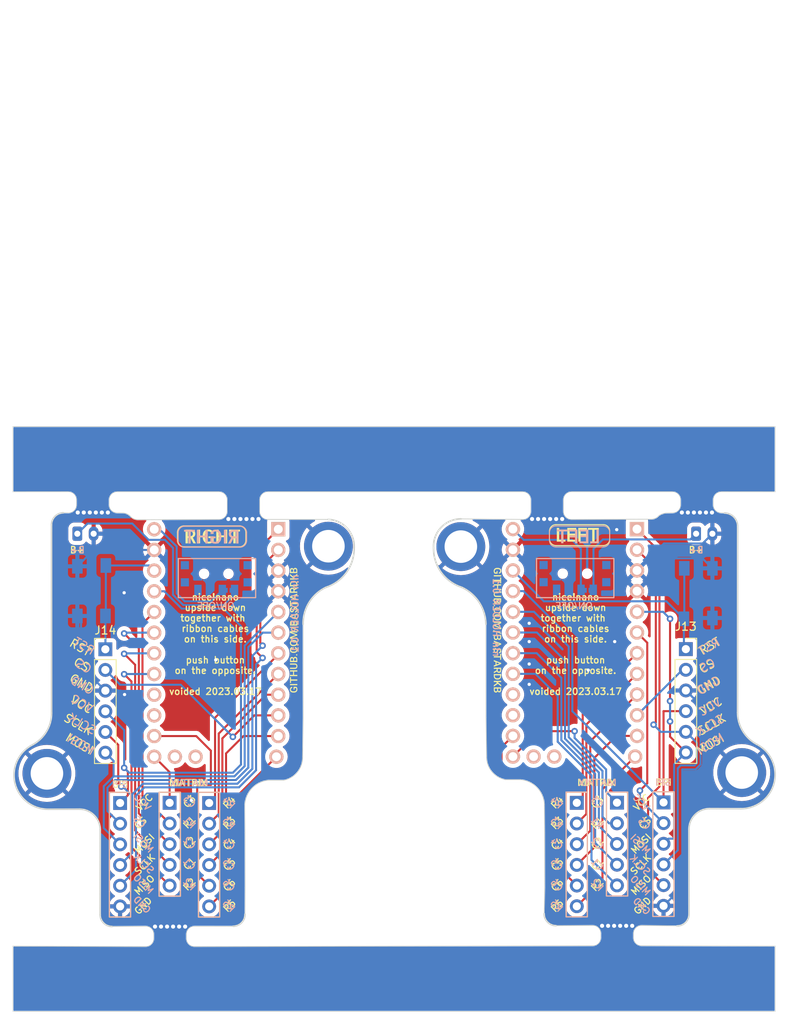
<source format=kicad_pcb>
(kicad_pcb (version 20221018) (generator pcbnew)
  (layers (0 "F.Cu" signal) (31 "B.Cu" signal) (34 "B.Paste" user) (35 "F.Paste" user) (36 "B.SilkS" user "B.Silkscreen") (37 "F.SilkS" user "F.Silkscreen") (38 "B.Mask" user) (39 "F.Mask" user) (44 "Edge.Cuts" user))
  (net 0 "")
  (net 1 "Rst")
  (net 2 "Rst2")
  (net 3 "ss_l")
  (net 4 "ss_r")
  (net 5 "col3_l")
  (net 6 "row1_l")
  (net 7 "col2_l")
  (net 8 "col1_l")
  (net 9 "row2_l")
  (net 10 "row4_l")
  (net 11 "row3_l")
  (net 12 "col4_l")
  (net 13 "col5_l")
  (net 14 "col6_l")
  (net 15 "row5_l")
  (net 16 "col3_r")
  (net 17 "row1_r")
  (net 18 "col2_r")
  (net 19 "col1_r")
  (net 20 "row2_r")
  (net 21 "row4_r")
  (net 22 "row3_r")
  (net 23 "col4_r")
  (net 24 "col5_r")
  (net 25 "col6_r")
  (net 26 "row5_r")
  (net 27 "GND")
  (net 28 "scl_l")
  (net 29 "sda_l")
  (net 30 "scl_r")
  (net 31 "sda_r")
  (net 32 "+5V")
  (net 33 "miso_l")
  (net 34 "sc_l")
  (net 35 "mosi_l")
  (net 36 "miso_r")
  (net 37 "sc_r")
  (net 38 "mosi_r")
  (net 39 "bat_l")
  (net 40 "bat_r")
  (net 41 "bat_sw_l")
  (net 42 "bat_sw_r")
  (net 45 "ss1_r")
  (net 48 "ss1_l")
  (footprint "Library:5_PinHeader" (layer "F.Cu") (at 127.832542 102.8)
    (fp_text reference "J9" hide)
    (fp_text value "Ribbon")
  )
  (footprint "marbastlib-various:mousebites_2.5mm" (layer "F.Cu") (at 127.89 117.95 90)
    (fp_text reference "REF**" hide)
    (fp_text value "mousebites 2mm" hide)
    (fp_line (start -1.5 -2) (end -1 -2) (stroke (width 0.08)) (layer "Edge.Cuts"))
    (fp_line (start -1 2) (end -1.5 2) (stroke (width 0.08)) (layer "Edge.Cuts"))
    (fp_arc (start -2.5 3) (mid -2.207108 2.292895) (end -1.500003 2.000003) (stroke (width 0.08)) (layer "Edge.Cuts"))
    (fp_arc (start -1.5 -2) (mid -2.207105 -2.292892) (end -2.499997 -2.999997) (stroke (width 0.08)) (layer "Edge.Cuts"))
    (fp_arc (start -1 2) (mid -0.292895 2.292892) (end -0.000003 2.999997) (stroke (width 0.08)) (layer "Edge.Cuts"))
    (fp_arc (start 0 -3) (mid -0.292892 -2.292895) (end -0.999997 -2.000003) (stroke (width 0.08)) (layer "Edge.Cuts"))
  )
  (footprint "Library:6_PinHeader" (layer "F.Cu") (at 177.847199 102.799999)
    (fp_text reference "J12" hide)
    (fp_text value "Ribbon")
  )
  (footprint "marbastlib-various:mousebites_2.5mm" (layer "F.Cu") (at 118.4 67.195 -90)
    (fp_text reference "REF**" hide)
    (fp_text value "mousebites 2mm" hide)
    (fp_line (start -1.6 -2) (end -1 -2) (stroke (width 0.08)) (layer "Edge.Cuts"))
    (fp_line (start -1 2) (end -1.600003 2.000003) (stroke (width 0.08)) (layer "Edge.Cuts"))
    (fp_arc (start -2.6 3) (mid -2.307108 2.292895) (end -1.600003 2.000003) (stroke (width 0.08)) (layer "Edge.Cuts"))
    (fp_arc (start -1.6 -2) (mid -2.307105 -2.292892) (end -2.599997 -2.999997) (stroke (width 0.08)) (layer "Edge.Cuts"))
    (fp_arc (start -1 2) (mid -0.292895 2.292892) (end -0.000003 2.999997) (stroke (width 0.08)) (layer "Edge.Cuts"))
    (fp_arc (start 0 -3) (mid -0.292892 -2.292895) (end -0.999997 -2.000003) (stroke (width 0.08)) (layer "Edge.Cuts"))
  )
  (footprint "kibuzzard-61F01940" (layer "F.Cu") (at 130.15 100.307596)
    (fp_text reference "kibuzzard-61F01940" hide)
    (fp_text value "G***" hide)
  )
  (footprint "marbastlib-various:mousebites_2.5mm" (layer "F.Cu") (at 174.2 67.995 -90)
    (fp_text reference "REF**" hide)
    (fp_text value "mousebites 2mm" hide)
    (fp_line (start -2.4 -2) (end -1 -2) (stroke (width 0.08)) (layer "Edge.Cuts"))
    (fp_line (start -1 2) (end -2.400003 2.000003) (stroke (width 0.08)) (layer "Edge.Cuts"))
    (fp_arc (start -3.4 3) (mid -3.107108 2.292895) (end -2.400003 2.000003) (stroke (width 0.08)) (layer "Edge.Cuts"))
    (fp_arc (start -2.4 -2) (mid -3.107105 -2.292892) (end -3.399997 -2.999997) (stroke (width 0.08)) (layer "Edge.Cuts"))
    (fp_arc (start -1 2) (mid -0.292895 2.292892) (end -0.000003 2.999997) (stroke (width 0.08)) (layer "Edge.Cuts"))
    (fp_arc (start 0 -3) (mid -0.292892 -2.292895) (end -0.999997 -2.000003) (stroke (width 0.08)) (layer "Edge.Cuts"))
  )
  (footprint "Library:MountingHole_4mm_Pad_thin" (layer "F.Cu") (at 198.103921 99.08266)
    (fp_text reference "H3" hide)
    (fp_text value "M4")
  )
  (footprint "marbastlib-various:mousebites_2.5mm" (layer "F.Cu") (at 192.6 67.195 -90)
    (fp_text reference "REF**" hide)
    (fp_text value "mousebites 2mm" hide)
    (fp_line (start -1.6 -2) (end -1 -2) (stroke (width 0.08)) (layer "Edge.Cuts"))
    (fp_line (start -1 2) (end -1.600003 2.000003) (stroke (width 0.08)) (layer "Edge.Cuts"))
    (fp_arc (start -2.6 3) (mid -2.307108 2.292895) (end -1.600003 2.000003) (stroke (width 0.08)) (layer "Edge.Cuts"))
    (fp_arc (start -1.6 -2) (mid -2.307105 -2.292892) (end -2.599997 -2.999997) (stroke (width 0.08)) (layer "Edge.Cuts"))
    (fp_arc (start -1 2) (mid -0.292895 2.292892) (end -0.000003 2.999997) (stroke (width 0.08)) (layer "Edge.Cuts"))
    (fp_arc (start 0 -3) (mid -0.292892 -2.292895) (end -0.999997 -2.000003) (stroke (width 0.08)) (layer "Edge.Cuts"))
  )
  (footprint "Connector_JST:JST_PH_B2B-PH-K_1x02_P2.00mm_Vertical" (layer "F.Cu") (at 192.5 69.75)
    (fp_text reference "J6" hide)
    (fp_text value "battery charge")
  )
  (footprint "Library:5_PinHeader" (layer "F.Cu") (at 182.780541 102.779999)
    (fp_text reference "J11" hide)
    (fp_text value "Ribbon")
  )
  (footprint "Library:MountingHole_4mm_Pad_thin" (layer "F.Cu") (at 112.76262 99.18266)
    (fp_text reference "H4" hide)
    (fp_text value "M4")
  )
  (footprint "Library:6_PinHeader" (layer "F.Cu") (at 121.75 102.819999)
    (fp_text reference "J7" hide)
    (fp_text value "trackball")
  )
  (footprint "Library:MountingHole_4mm_Pad_thin" (layer "F.Cu") (at 147.33762 71.28266)
    (fp_text reference "H2" hide)
    (fp_text value "M4")
  )
  (footprint "kibuzzard-6208EFFE" (layer "F.Cu") (at 177.972311 69.878921)
    (fp_text reference "kibuzzard-6208EFFE" hide)
    (fp_text value "G***" hide)
  )
  (footprint "kibuzzard-61F01B61" (layer "F.Cu") (at 133.131898 70.089775)
    (fp_text reference "kibuzzard-61F01B61" hide)
    (fp_text value "G***" hide)
  )
  (footprint "Connector_PinSocket_2.54mm:PinSocket_1x06_P2.54mm_Vertical" (layer "F.Cu") (at 191.24 83.92)
    (fp_text reference "J13")
    (fp_text value "serial")
  )
  (footprint "marbastlib-various:mousebites_2.5mm" (layer "F.Cu") (at 136.9 67.995 -90)
    (fp_text reference "REF**" hide)
    (fp_text value "mousebites 2mm" hide)
    (fp_line (start -2.4 -2) (end -1 -2) (stroke (width 0.08)) (layer "Edge.Cuts"))
    (fp_line (start -1 2) (end -2.400003 2.000003) (stroke (width 0.08)) (layer "Edge.Cuts"))
    (fp_arc (start -3.4 3) (mid -3.107108 2.292895) (end -2.400003 2.000003) (stroke (width 0.08)) (layer "Edge.Cuts"))
    (fp_arc (start -2.4 -2) (mid -3.107105 -2.292892) (end -3.399997 -2.999997) (stroke (width 0.08)) (layer "Edge.Cuts"))
    (fp_arc (start -1 2) (mid -0.292895 2.292892) (end -0.000003 2.999997) (stroke (width 0.08)) (layer "Edge.Cuts"))
    (fp_arc (start 0 -3) (mid -0.292892 -2.292895) (end -0.999997 -2.000003) (stroke (width 0.08)) (layer "Edge.Cuts"))
  )
  (footprint "kibuzzard-61F01A92" (layer "F.Cu") (at 168.07 81.6 -90)
    (fp_text reference "kibuzzard-61F01A92" hide)
    (fp_text value "G***" hide)
  )
  (footprint "marbastlib-various:mousebites_2.5mm" (layer "F.Cu") (at 182.8 117.855 90)
    (fp_text reference "REF**" hide)
    (fp_text value "mousebites 2mm" hide)
    (fp_line (start -1.5 -2) (end -1 -2) (stroke (width 0.08)) (layer "Edge.Cuts"))
    (fp_line (start -1 2) (end -1.5 2) (stroke (width 0.08)) (layer "Edge.Cuts"))
    (fp_arc (start -2.5 3) (mid -2.207108 2.292895) (end -1.500003 2.000003) (stroke (width 0.08)) (layer "Edge.Cuts"))
    (fp_arc (start -1.5 -2) (mid -2.207105 -2.292892) (end -2.499997 -2.999997) (stroke (width 0.08)) (layer "Edge.Cuts"))
    (fp_arc (start -1 2) (mid -0.292895 2.292892) (end -0.000003 2.999997) (stroke (width 0.08)) (layer "Edge.Cuts"))
    (fp_arc (start 0 -3) (mid -0.292892 -2.292895) (end -0.999997 -2.000003) (stroke (width 0.08)) (layer "Edge.Cuts"))
  )
  (footprint "kibuzzard-61F01957" (layer "F.Cu") (at 121.75 100.5)
    (fp_text reference "kibuzzard-61F01957" hide)
    (fp_text value "G***" hide)
  )
  (footprint "kibuzzard-61F01940" (layer "F.Cu") (at 180.2962 100.287596)
    (fp_text reference "kibuzzard-61F01940" hide)
    (fp_text value "G***" hide)
  )
  (footprint "Connector_JST:JST_PH_B2B-PH-K_1x02_P2.00mm_Vertical" (layer "F.Cu") (at 116.5 69.75)
    (fp_text reference "J3" hide)
    (fp_text value "battery charge")
  )
  (footprint "Connector_PinHeader_2.54mm:PinHeader_1x06_P2.54mm_Vertical" (layer "F.Cu") (at 119.94 83.94)
    (fp_text reference "J14")
    (fp_text value "serial")
  )
  (footprint "Library:MountingHole_4mm_Pad_thin" (layer "F.Cu") (at 163.603921 71.33266)
    (fp_text reference "H1" hide)
    (fp_text value "M4")
  )
  (footprint "kibuzzard-61F01A92" (layer "F.Cu") (at 143.1 81.6 90)
    (fp_text reference "kibuzzard-61F01A92" hide)
    (fp_text value "G***" hide)
  )
  (footprint "kibuzzard-61F01957" (layer "F.Cu") (at 188.5 100.25)
    (fp_text reference "kibuzzard-61F01957" hide)
    (fp_text value "G***" hide)
  )
  (footprint "Library:6_PinHeader" (layer "F.Cu") (at 188.5 102.75)
    (fp_text reference "J8" hide)
    (fp_text value "trackball")
  )
  (footprint "Library:6_PinHeader" (layer "F.Cu") (at 132.689684 102.819999)
    (fp_text reference "J10" hide)
    (fp_text value "Ribbon")
  )
  (footprint "kibuzzard-61F01957" (layer "B.Cu") (at 188.5 100.25 180)
    (fp_text reference "kibuzzard-61F01957" hide)
    (fp_text value "G***" hide)
  )
  (footprint "Library:power_switch_jumper" (layer "B.Cu") (at 135.0825 76.7 90)
    (fp_text reference "JP1" hide)
    (fp_text value "Jumper_2_Open" hide)
  )
  (footprint "Library:SW_SPDT+H-MSK12C01_hor(7pin_SMD)" (layer "B.Cu") (at 177.62 74.65)
    (fp_text reference "SW4")
    (fp_text value "SW_SPDT")
  )
  (footprint "Library:power_switch_jumper" (layer "B.Cu") (at 179.1825 76.7 90)
    (fp_text reference "JP2" hide)
    (fp_text value "Jumper_2_Open" hide)
  )
  (footprint "Library:Elite-C" (layer "B.Cu") (at 177.62 83.15 -90)
    (fp_text reference "U2" hide)
    (fp_text value "eliteC" hide)
  )
  (footprint "Library:PushSwitch" (layer "B.Cu") (at 192.8 77.1 -90)
    (fp_text reference "SW2" hide)
    (fp_text value "SW_SPST")
  )
  (footprint "kibuzzard-620B8593" (layer "B.Cu") (at 133.5 78.6 180)
    (fp_text reference "kibuzzard-620B8593" hide)
    (fp_text value "G***" hide)
  )
  (footprint "kibuzzard-620B8593" (layer "B.Cu") (at 177.5 78.6 180)
    (fp_text reference "kibuzzard-620B8593" hide)
    (fp_text value "G***" hide)
  )
  (footprint "kibuzzard-6208EFFE" (layer "B.Cu") (at 177.972311 70.078921 180)
    (fp_text reference "kibuzzard-6208EFFE" hide)
    (fp_text value "G***" hide)
  )
  (footprint "Library:PushSwitch" (layer "B.Cu") (at 118.2 76.75 90)
    (fp_text reference "SW1" hide)
    (fp_text value "SW_SPST")
  )
  (footprint "Library:Elite-C" (layer "B.Cu") (at 133.56 83.17 -90)
    (fp_text reference "U1" hide)
    (fp_text value "eliteC" hide)
  )
  (footprint "kibuzzard-61F01940" (layer "B.Cu") (at 130.2 100.307596 180)
    (fp_text reference "kibuzzard-61F01940" hide)
    (fp_text value "G***" hide)
  )
  (footprint "Library:SW_SPDT+H-MSK12C01_hor(7pin_SMD)" (layer "B.Cu") (at 133.56 74.67)
    (fp_text reference "SW3")
    (fp_text value "SW_SPDT")
  )
  (footprint "kibuzzard-61F01957" (layer "B.Cu") (at 121.75 100.5 180)
    (fp_text reference "kibuzzard-61F01957" hide)
    (fp_text value "G***" hide)
  )
  (footprint "kibuzzard-61F01940" (layer "B.Cu") (at 180.3462 100.287596 180)
    (fp_text reference "kibuzzard-61F01940" hide)
    (fp_text value "G***" hide)
  )
  (footprint "kibuzzard-61F01B61" (layer "B.Cu") (at 132.951528 70.110754 180)
    (fp_text reference "kibuzzard-61F01B61" hide)
    (fp_text value "G***" hide)
  )
  (gr_arc (start 129.654811 71.391078) (mid 129.111527 71.160324) (end 128.873922 70.62) (stroke (width 0.15)) (layer "B.SilkS"))
  (gr_rect (start 128.9 72.8) (end 138.4 77.6) (stroke (width 0.15)) (fill none) (layer "B.SilkS"))
  (gr_line (start 181.893389 69.571081) (end 181.893389 70.590192) (stroke (width 0.12)) (layer "B.SilkS"))
  (gr_arc (start 175.272311 71.371081) (mid 174.72906 71.140293) (end 174.491422 70.600003) (stroke (width 0.12)) (layer "B.SilkS"))
  (gr_line (start 136.495 68.82) (end 129.67 68.82) (stroke (width 0.15)) (layer "B.SilkS"))
  (gr_arc (start 181.1125 68.800003) (mid 181.655751 69.030791) (end 181.893389 69.571081) (stroke (width 0.12)) (layer "B.SilkS"))
  (gr_arc (start 181.893389 70.590192) (mid 181.653719 71.142086) (end 181.097311 71.371082) (stroke (width 0.12)) (layer "B.SilkS"))
  (gr_line (start 175.272311 71.371081) (end 181.097311 71.371081) (stroke (width 0.12)) (layer "B.SilkS"))
  (gr_line (start 174.491422 70.600003) (end 174.491422 69.580892) (stroke (width 0.12)) (layer "B.SilkS"))
  (gr_line (start 181.1125 68.800003) (end 175.2875 68.800002) (stroke (width 0.12)) (layer "B.SilkS"))
  (gr_arc (start 136.495 68.82) (mid 137.038284 69.050754) (end 137.275889 69.591078) (stroke (width 0.15)) (layer "B.SilkS"))
  (gr_line (start 129.654811 71.391078) (end 136.479811 71.391079) (stroke (width 0.15)) (layer "B.SilkS"))
  (gr_line (start 137.275889 69.591078) (end 137.275889 70.610189) (stroke (width 0.15)) (layer "B.SilkS"))
  (gr_rect (start 172.9 72.8) (end 182.4 77.6) (stroke (width 0.15)) (fill none) (layer "B.SilkS"))
  (gr_arc (start 174.491422 69.580892) (mid 174.731092 69.028998) (end 175.2875 68.800002) (stroke (width 0.12)) (layer "B.SilkS"))
  (gr_line (start 128.873922 70.62) (end 128.873922 69.600889) (stroke (width 0.15)) (layer "B.SilkS"))
  (gr_arc (start 128.873922 69.600889) (mid 129.113616 69.04902) (end 129.67 68.819999) (stroke (width 0.15)) (layer "B.SilkS"))
  (gr_arc (start 137.275889 70.610189) (mid 137.036195 71.162058) (end 136.479811 71.391079) (stroke (width 0.15)) (layer "B.SilkS"))
  (gr_line (start 128.807537 70.58921) (end 128.807537 69.570099) (stroke (width 0.15)) (layer "F.SilkS"))
  (gr_line (start 129.603615 71.3701) (end 136.428615 71.370099) (stroke (width 0.15)) (layer "F.SilkS"))
  (gr_arc (start 137.209504 70.599021) (mid 136.971899 71.139345) (end 136.428615 71.370099) (stroke (width 0.15)) (layer "F.SilkS"))
  (gr_line (start 181.893389 69.409811) (end 181.893389 70.428922) (stroke (width 0.12)) (layer "F.SilkS"))
  (gr_arc (start 181.893389 70.428922) (mid 181.655751 70.969212) (end 181.1125 71.2) (stroke (width 0.12)) (layer "F.SilkS"))
  (gr_arc (start 181.097311 68.628921) (mid 181.653719 68.857917) (end 181.893389 69.409811) (stroke (width 0.12)) (layer "F.SilkS"))
  (gr_arc (start 175.2875 71.200001) (mid 174.731092 70.971005) (end 174.491422 70.419111) (stroke (width 0.12)) (layer "F.SilkS"))
  (gr_arc (start 174.491422 69.4) (mid 174.72906 68.85971) (end 175.272311 68.628922) (stroke (width 0.12)) (layer "F.SilkS"))
  (gr_line (start 174.491422 70.419111) (end 174.491422 69.4) (stroke (width 0.12)) (layer "F.SilkS"))
  (gr_line (start 181.097311 68.628921) (end 175.272311 68.628922) (stroke (width 0.12)) (layer "F.SilkS"))
  (gr_arc (start 128.807537 69.570099) (mid 129.045142 69.029775) (end 129.588426 68.799021) (stroke (width 0.15)) (layer "F.SilkS"))
  (gr_arc (start 129.603615 71.3701) (mid 129.047231 71.141079) (end 128.807537 70.58921) (stroke (width 0.15)) (layer "F.SilkS"))
  (gr_line (start 175.2875 71.2) (end 181.1125 71.2) (stroke (width 0.12)) (layer "F.SilkS"))
  (gr_line (start 137.209504 69.57991) (end 137.209504 70.599021) (stroke (width 0.15)) (layer "F.SilkS"))
  (gr_arc (start 136.413426 68.79902) (mid 136.96981 69.028041) (end 137.209504 69.57991) (stroke (width 0.15)) (layer "F.SilkS"))
  (gr_line (start 136.413426 68.799021) (end 129.588426 68.799021) (stroke (width 0.15)) (layer "F.SilkS"))
  (gr_line (start 130.889997 117.950003) (end 135.631351 117.953354) (stroke (width 0.1)) (layer "Edge.Cuts"))
  (gr_line (start 195.6 67.195) (end 195.986955 67.209104) (stroke (width 0.1)) (layer "Edge.Cuts"))
  (gr_arc (start 113.341486 91.773749) (mid 112.713926 94.049213) (end 111.001486 95.673749) (stroke (width 0.2)) (layer "Edge.Cuts"))
  (gr_line (start 137.096291 106.475003) (end 137.07 103.02) (stroke (width 0.1)) (layer "Edge.Cuts"))
  (gr_line (start 202.2 120.4) (end 202.2 128.4) (stroke (width 0.1)) (layer "Edge.Cuts"))
  (gr_arc (start 123.961303 68.03306) (mid 123.432539 67.923329) (end 123 67.6) (stroke (width 0.1)) (layer "Edge.Cuts"))
  (gr_line (start 163.62525 67.926116) (end 171.200003 67.994997) (stroke (width 0.1)) (layer "Edge.Cuts"))
  (gr_arc (start 144.230005 80.872466) (mid 144.961194 78.178153) (end 147.046951 76.322466) (stroke (width 0.2)) (layer "Edge.Cuts"))
  (gr_line (start 170.932032 99.95202) (end 169.060898 99.95202) (stroke (width 0.1)) (layer "Edge.Cuts"))
  (gr_line (start 141.87 100.02) (end 139.998866 100.02) (stroke (width 0.1)) (layer "Edge.Cuts"))
  (gr_arc (start 191.628074 116.465413) (mid 191.192415 117.495394) (end 190.15554 117.914382) (stroke (width 0.2)) (layer "Edge.Cuts"))
  (gr_line (start 185.799997 117.855003) (end 190.15554 117.914382) (stroke (width 0.1)) (layer "Edge.Cuts"))
  (gr_line (start 173.90589 113.224993) (end 173.837548 116.409253) (stroke (width 0.1)) (layer "Edge.Cuts"))
  (gr_line (start 124.890003 120.449997) (end 108.6 120.4) (stroke (width 0.1)) (layer "Edge.Cuts"))
  (gr_line (start 144.230005 85.631645) (end 144.230005 80.872466) (stroke (width 0.1)) (layer "Edge.Cuts"))
  (gr_line (start 112.943471 103.585074) (end 116.773949 103.576051) (stroke (width 0.2)) (layer "Edge.Cuts"))
  (gr_arc (start 147.305648 67.994096) (mid 149.64034 69.075303) (end 150.500942 71.5) (stroke (width 0.2)) (layer "Edge.Cuts"))
  (gr_arc (start 144.17 97.12) (mid 143.551367 98.991429) (end 141.87 100.02) (stroke (width 0.1)) (layer "Edge.Cuts"))
  (gr_arc (start 199.929412 95.605769) (mid 202.084528 100.328794) (end 197.987427 103.517094) (stroke (width 0.2)) (layer "Edge.Cuts"))
  (gr_line (start 137.108072 113.224991) (end 137.096291 106.475003) (stroke (width 0.1)) (layer "Edge.Cuts"))
  (gr_line (start 195.599997 64.595003) (end 202.2 64.6) (stroke (width 0.1)) (layer "Edge.Cuts"))
  (gr_arc (start 160.25 71.5) (mid 161.167564 68.985797) (end 163.62525 67.926116) (stroke (width 0.2)) (layer "Edge.Cuts"))
  (gr_line (start 137.108072 113.224991) (end 137.09335 116.477233) (stroke (width 0.1)) (layer "Edge.Cuts"))
  (gr_arc (start 150.500942 71.5) (mid 149.564986 74.477799) (end 147.046951 76.322466) (stroke (width 0.2)) (layer "Edge.Cuts"))
  (gr_line (start 121.4 67.195) (end 122.1 67.2) (stroke (width 0.1)) (layer "Edge.Cuts"))
  (gr_line (start 108.6 64.6) (end 115.4 64.595) (stroke (width 0.1)) (layer "Edge.Cuts"))
  (gr_arc (start 187.930898 67.53202) (mid 188.360683 67.313155) (end 188.831761 67.2097) (stroke (width 0.1)) (layer "Edge.Cuts"))
  (gr_line (start 173.90589 113.224993) (end 173.894109 106.475005) (stroke (width 0.1)) (layer "Edge.Cuts"))
  (gr_line (start 115.400003 67.194997) (end 114.781486 67.183749) (stroke (width 0.1)) (layer "Edge.Cuts"))
  (gr_line (start 144.17 97.12) (end 144.241786 92.381633) (stroke (width 0.1)) (layer "Edge.Cuts"))
  (gr_line (start 166.684457 85.563665) (end 166.689112 92.313653) (stroke (width 0.1)) (layer "Edge.Cuts"))
  (gr_line (start 191.616949 106.048071) (end 191.628074 116.465413) (stroke (width 0.2)) (layer "Edge.Cuts"))
  (gr_arc (start 170.932032 99.95202) (mid 172.956423 100.905339) (end 173.860898 102.95202) (stroke (width 0.1)) (layer "Edge.Cuts"))
  (gr_line (start 177.199997 64.595003) (end 189.6 64.595) (stroke (width 0.1)) (layer "Edge.Cuts"))
  (gr_line (start 186.969595 67.96508) (end 177.2 67.995) (stroke (width 0.1)) (layer "Edge.Cuts"))
  (gr_line (start 139.9 67.995) (end 147.305648 67.994096) (stroke (width 0.1)) (layer "Edge.Cuts"))
  (gr_line (start 166.689112 92.313653) (end 166.760898 97.05202) (stroke (width 0.1)) (layer "Edge.Cuts"))
  (gr_line (start 202.2 56.6) (end 202.2 64.6) (stroke (width 0.1)) (layer "Edge.Cuts"))
  (gr_line (start 189.600003 67.194997) (end 188.831761 67.2097) (stroke (width 0.1)) (layer "Edge.Cuts"))
  (gr_arc (start 122.1 67.2) (mid 122.587196 67.31631) (end 123 67.6) (stroke (width 0.1)) (layer "Edge.Cuts"))
  (gr_line (start 120.775358 117.982362) (end 124.89 117.95) (stroke (width 0.1)) (layer "Edge.Cuts"))
  (gr_arc (start 187.930898 67.53202) (mid 187.498359 67.855349) (end 186.969595 67.96508) (stroke (width 0.1)) (layer "Edge.Cuts"))
  (gr_line (start 175.299547 117.885374) (end 179.8 117.855) (stroke (width 0.1)) (layer "Edge.Cuts"))
  (gr_arc (start 163.703991 76.322466) (mid 161.185957 74.477798) (end 160.25 71.5) (stroke (width 0.2)) (layer "Edge.Cuts"))
  (gr_arc (start 169.060898 99.95202) (mid 167.379531 98.923449) (end 166.760898 97.05202) (stroke (width 0.1)) (layer "Edge.Cuts"))
  (gr_line (start 108.6 56.6) (end 202.2 56.6) (stroke (width 0.1)) (layer "Edge.Cuts"))
  (gr_arc (start 112.943471 103.585074) (mid 108.84637 100.396774) (end 111.001486 95.673749) (stroke (width 0.2)) (layer "Edge.Cuts"))
  (gr_line (start 108.6 128.4) (end 108.6 120.4) (stroke (width 0.1)) (layer "Edge.Cuts"))
  (gr_line (start 173.860898 102.95202) (end 173.894109 106.475005) (stroke (width 0.1)) (layer "Edge.Cuts"))
  (gr_arc (start 113.331486 68.653749) (mid 113.754912 67.621278) (end 114.781486 67.183749) (stroke (width 0.2)) (layer "Edge.Cuts"))
  (gr_line (start 179.800003 120.354997) (end 130.89 120.45) (stroke (width 0.1)) (layer "Edge.Cuts"))
  (gr_line (start 197.589412 91.705769) (end 197.6 68.857256) (stroke (width 0.2)) (layer "Edge.Cuts"))
  (gr_line (start 119.302824 116.533393) (end 119.313949 106.116051) (stroke (width 0.2)) (layer "Edge.Cuts"))
  (gr_arc (start 163.703991 76.322466) (mid 165.856247 78.16381) (end 166.684457 80.872466) (stroke (width 0.2)) (layer "Edge.Cuts"))
  (gr_line (start 144.241786 92.381633) (end 144.230005 85.631645) (stroke (width 0.1)) (layer "Edge.Cuts"))
  (gr_line (start 202.2 128.4) (end 108.6 128.4) (stroke (width 0.1)) (layer "Edge.Cuts"))
  (gr_line (start 123.961303 68.03306) (end 133.900003 67.994997) (stroke (width 0.1)) (layer "Edge.Cuts"))
  (gr_line (start 194.156949 103.508071) (end 197.987427 103.517094) (stroke (width 0.2)) (layer "Edge.Cuts"))
  (gr_arc (start 137.09335 116.477233) (mid 136.67 117.52) (end 135.631351 117.953354) (stroke (width 0.2)) (layer "Edge.Cuts"))
  (gr_arc (start 120.775358 117.982362) (mid 119.738483 117.563374) (end 119.302824 116.533393) (stroke (width 0.2)) (layer "Edge.Cuts"))
  (gr_line (start 202.2 120.4) (end 185.8 120.355) (stroke (width 0.1)) (layer "Edge.Cuts"))
  (gr_line (start 139.899997 64.595003) (end 171.2 64.595) (stroke (width 0.1)) (layer "Edge.Cuts"))
  (gr_arc (start 116.773949 103.576051) (mid 118.57 104.32) (end 119.313949 106.116051) (stroke (width 0.2)) (layer "Edge.Cuts"))
  (gr_line (start 133.9 64.595) (end 121.399997 64.595003) (stroke (width 0.1)) (layer "Edge.Cuts"))
  (gr_arc (start 137.07 103.02) (mid 137.974475 100.973319) (end 139.998866 100.02) (stroke (width 0.1)) (layer "Edge.Cuts"))
  (gr_arc (start 175.299547 117.885374) (mid 174.260898 117.45202) (end 173.837548 116.409253) (stroke (width 0.2)) (layer "Edge.Cuts"))
  (gr_line (start 108.6 64.6) (end 108.6 56.6) (stroke (width 0.1)) (layer "Edge.Cuts"))
  (gr_arc (start 199.929412 95.605769) (mid 198.216972 93.981233) (end 197.589412 91.705769) (stroke (width 0.2)) (layer "Edge.Cuts"))
  (gr_line (start 166.684457 80.872466) (end 166.684457 85.563665) (stroke (width 0.1)) (layer "Edge.Cuts"))
  (gr_arc (start 195.986955 67.209104) (mid 197.133909 67.7) (end 197.6 68.857256) (stroke (width 0.2)) (layer "Edge.Cuts"))
  (gr_line (start 113.331486 68.653749) (end 113.341486 91.773749) (stroke (width 0.2)) (layer "Edge.Cuts"))
  (gr_arc (start 191.616949 106.048071) (mid 192.360898 104.25202) (end 194.156949 103.508071) (stroke (width 0.2)) (layer "Edge.Cuts"))
  (gr_text "n!n HOLDER 0.1" (at 143.25 79.55 90) (layer "B.SilkS") (effects (font (size 0.8 0.8)) (justify mirror)))
  (gr_text "R4" (at 175.37 102.76 -45) (layer "B.SilkS") (effects (font (size 0.8 0.8)) (justify mirror)))
  (gr_text "C2" (at 180.3462 107.82 -45) (layer "B.SilkS") (effects (font (size 0.8 0.8)) (justify mirror)))
  (gr_text "C4" (at 175.37 107.84 -45) (layer "B.SilkS") (effects (font (size 0.8 0.8)) (justify mirror)))
  (gr_text "CS" (at 117.9 87.1 330) (layer "B.SilkS") (effects (font (size 1 1)) (justify left bottom mirror)))
  (gr_text "R4" (at 135.0938 102.760001 315) (layer "B.SilkS") (effects (font (size 0.8 0.8)) (justify mirror)))
  (gr_text "C6" (at 135.0938 112.920001 315) (layer "B.SilkS") (effects (font (size 0.8 0.8)) (justify mirror)))
  (gr_text "R5" (at 135.0938 115.460001 315) (layer "B.SilkS") (effects (font (size 0.8 0.8)) (justify mirror)))
  (gr_text "R2" (at 180.3462 112.9 -45) (layer "B.SilkS") (effects (font (size 0.8 0.8)) (justify mirror)))
  (gr_text "C6" (at 175.37 112.92 -45) (layer "B.SilkS") (effects (font (size 0.8 0.8)) (justify mirror)))
  (gr_text "SCLK" (at 118.5 94.6 330) (layer "B.SilkS") (effects (font (size 1 1)) (justify left bottom mirror)))
  (gr_text "R5" (at 175.3446 115.454058 -45) (layer "B.SilkS") (effects (font (size 0.8 0.8)) (justify mirror)))
  (gr_text "GND" (at 124.438375 115.319999 -45) (layer "B.SilkS") (effects (font (size 0.8 0.8)) (justify mirror)))
  (gr_text "C1" (at 130.25 110.279999 -45) (layer "B.SilkS") (effects (font (size 0.8 0.8)) (justify mirror)))
  (gr_text "R1" (at 180.3462 105.28 -45) (layer "B.SilkS") (effects (font (size 0.8 0.8)) (justify mirror)))
  (gr_text "VCC" (at 195.8 90.8 30) (layer "B.SilkS") (effects (font (size 1 1)) (justify left bottom mirror)))
  (gr_text "VCC" (at 124.5 102.75 315) (layer "B.SilkS") (effects (font (size 0.8 0.8)) (justify mirror)))
  (gr_text "R1" (at 130.25 105.199999 -45) (layer "B.SilkS") (effects (font (size 0.8 0.8)) (justify mirror)))
  (gr_text "C5" (at 175.37 110.38 -45) (layer "B.SilkS") (effects (font (size 0.8 0.8)) (justify mirror)))
  (gr_text "C4" (at 135.0938 107.840001 315) (layer "B.SilkS") (effects (font (size 0.8 0.8)) (justify mirror)))
  (gr_text "n!n HOLDER 0.1" (at 167.95 80.05 270) (layer "B.SilkS") (effects (font (size 0.8 0.8)) (justify mirror)))
  (gr_text "RST" (at 195.7 83.4 30) (layer "B.SilkS") (effects (font (size 1 1)) (justify left bottom mirror)))
  (gr_text "MOSI" (at 185.6462 107.879998 -45) (layer "B.SilkS") (effects (font (size 0.8 0.8)) (justify mirror)))
  (gr_text "MOSI" (at 196.2 95.1 30) (layer "B.SilkS") (effects (font (size 1 1)) (justify left bottom mirror)))
  (gr_text "GND" (at 185.807824 115.499999 -45) (layer "B.SilkS") (effects (font (size 0.8 0.8)) (justify mirror)))
  (gr_text "GND" (at 195.7 88.1 30) (layer "B.SilkS") (effects (font (size 1 1)) (justify left bottom mirror)))
  (gr_text "GND" (at 118.2 89.7 330) (layer "B.SilkS") (effects (font (size 1 1)) (justify left bottom mirror)))
  (gr_text "R3" (at 135.0938 105.300001 315) (layer "B.SilkS") (effects (font (size 0.8 0.8)) (justify mirror)))
  (gr_text "MISO" (at 185.6462 112.959998 -45) (layer "B.SilkS") (effects (font (size 0.8 0.8)) (justify mirror)))
  (gr_text "CS" (at 186.117604 105.339999 -45) (layer "B.SilkS") (effects (font (size 0.8 0.8)) (justify mirror)))
  (gr_text "MOSI" (at 124.6 107.699998 -45) (layer "B.SilkS") (effects (font (size 0.8 0.8)) (justify mirror)))
  (gr_text "MISO" (at 124.6 112.779998 -45) (layer "B.SilkS") (effects (font (size 0.8 0.8)) (justify mirror)))
  (gr_text "CS" (at 195.1 85.9 30) (layer "B.SilkS") (effects (font (size 1 1)) (justify left bottom mirror)))
  (gr_text "R2" (at 130.25 112.819999 -45) (layer "B.SilkS") (effects (font (size 0.8 0.8)) (justify mirror)))
  (gr_text "RST" (at 118.3 84.8 330) (layer "B.SilkS") (effects (font (size 1 1)) (justify left bottom mirror)))
  (gr_text "SCLK" (at 196.2 92.8 30) (layer "B.SilkS") (effects (font (size 1 1)) (justify left bottom mirror)))
  (gr_text "MOSI" (at 118.3 97.1 330) (layer "B.SilkS") (effects (font (size 1 1)) (justify left bottom mirror)))
  (gr_text "C3" (at 180.3462 102.74 -45) (layer "B.SilkS") (effects (font (size 0.8 0.8)) (justify mirror)))
  (gr_text "C3" (at 130.25 102.659999 -45) (layer "B.SilkS") (effects (font (size 0.8 0.8)) (justify mirror)))
  (gr_text "R3" (at 175.37 105.3 -45) (layer "B.SilkS") (effects (font (size 0.8 0.8)) (justify mirror)))
  (gr_text "VCC" (at 118.1 91.9 330) (layer "B.SilkS") (effects (font (size 1 1)) (justify left bottom mirror)))
  (gr_text "C1" (at 180.3462 110.36 -45) (layer "B.SilkS") (effects (font (size 0.8 0.8)) (justify mirror)))
  (gr_text "CS" (at 124.128595 105.159999 -45) (layer "B.SilkS") (effects (font (size 0.8 0.8)) (justify mirror)))
  (gr_text "VCC\n" (at 185.75 102.75 315) (layer "B.SilkS") (effects (font (size 0.8 0.8)) (justify mirror)))
  (gr_text "SCLK" (at 185.605794 110.419998 -45) (layer "B.SilkS") (effects (font (size 0.8 0.8)) (justify mirror)))
  (gr_text "C2" (at 130.25 107.739999 -45) (layer "B.SilkS") (effects (font (size 0.8 0.8)) (justify mirror)))
  (gr_text "B+" (at 192.5 71.75) (layer "B.SilkS") (effects (font (size 0.8 0.8)) (justify mirror)))
  (gr_text "C5" (at 135.0938 110.380001 315) (layer "B.SilkS") (effects (font (size 0.8 0.8)) (justify mirror)))
  (gr_text "SCLK" (at 124.640406 110.239998 -45) (layer "B.SilkS") (effects (font (size 0.8 0.8)) (justify mirror)))
  (gr_text "B+" (at 116.5 71.75) (layer "B.SilkS") (effects (font (size 0.8 0.8)) (justify mirror)))
  (gr_text "CS" (at 115.8 85.8 330) (layer "F.SilkS") (effects (font (size 1 1)) (justify left bottom)))
  (gr_text "MISO" (at 124.75 112.909999 45) (layer "F.SilkS") (effects (font (size 0.8 0.8))))
  (gr_text "R3" (at 135.17 105.3 45) (layer "F.SilkS") (effects (font (size 0.8 0.8))))
  (gr_text "R4" (at 175.4462 102.760001 45) (layer "F.SilkS") (effects (font (size 0.8 0.8))))
  (gr_text "C2" (at 130.2754 107.74 45) (layer "F.SilkS") (effects (font (size 0.8 0.8))))
  (gr_text "VCC" (at 115.4 90.5 330) (layer "F.SilkS") (effects (font (size 1 1)) (justify left bottom)))
  (gr_text "RST\n" (at 115.3 83.5 330) (layer "F.SilkS") (effects (font (size 1 1)) (justify left bottom)))
  (gr_text "SCLK" (at 185.709594 110.369999 45) (layer "F.SilkS") (effects (font (size 0.8 0.8))))
  (gr_text "SCLK" (at 193 94.7 30) (layer "F.SilkS") (effects (font (size 1 1)) (justify left bottom)))
  (gr_text "C2" (at 180.3716 107.820001 45) (layer "F.SilkS") (effects (font (size 0.8 0.8))))
  (gr_text "B+" (at 116.5 71.75) (layer "F.SilkS") (effects (font (size 0.8 0.8))))
  (gr_text "C4" (at 135.17 107.84 45) (layer "F.SilkS") (effects (font (size 0.8 0.8))))
  (gr_text "R2" (at 130.2754 112.82 45) (layer "F.SilkS") (effects (font (size 0.8 0.8))))
  (gr_text "GND" (at 115.3 87.8 330) (layer "F.SilkS") (effects (font (size 1 1)) (justify left bottom)))
  (gr_text "GND" (at 185.911624 115.45 45) (layer "F.SilkS") (effects (font (size 0.8 0.8))))
  (gr_text "R1" (at 130.2754 105.2 45) (layer "F.SilkS") (effects (font (size 0.8 0.8))))
  (gr_text "MOSI" (at 185.75 107.829999 45) (layer "F.SilkS") (effects (font (size 0.8 0.8))))
  (gr_text "GND" (at 124.588375 115.45 45) (layer "F.SilkS") (effects (font (size 0.8 0.8))))
  (gr_text "C6" (at 175.4462 112.920001 45) (layer "F.SilkS") (effects (font (size 0.8 0.8))))
  (gr_text "SCLK" (at 124.790406 110.369999 45) (layer "F.SilkS") (effects (font (size 0.8 0.8))))
  (gr_text "R4" (at 135.17 102.76 45) (layer "F.SilkS") (effects (font (size 0.8 0.8))))
  (gr_text "C5" (at 175.4462 110.380001 45) (layer "F.SilkS") (effects (font (size 0.8 0.8))))
  (gr_text "C1" (at 180.3716 110.360001 45) (layer "F.SilkS") (effects (font (size 0.8 0.8))))
  (gr_text "VCC" (at 124.740406 102.75 45) (layer "F.SilkS") (effects (font (size 0.8 0.8))))
  (gr_text "MISO" (at 185.75 112.909999 45) (layer "F.SilkS") (effects (font (size 0.8 0.8))))
  (gr_text "CS" (at 193.2 87.1 30) (layer "F.SilkS") (effects (font (size 1 1)) (justify left bottom)))
  (gr_text "R3" (at 175.4462 105.300001 45) (layer "F.SilkS") (effects (font (size 0.8 0.8))))
  (gr_text "B+" (at 192.5 71.75) (layer "F.SilkS") (effects (font (size 0.8 0.8))))
  (gr_text "C3" (at 180.3716 102.740001 45) (layer "F.SilkS") (effects (font (size 0.8 0.8))))
  (gr_text "R5" (at 135.1954 115.454058 45) (layer "F.SilkS") (effects (font (size 0.8 0.8))))
  (gr_text "nice!nano\nupside down\ntogether with \nribbon cables\non this side.\n\npush button\non the opposite.\n\nvoided 2023.03.17" (at 133.45 83.333613) (layer "F.SilkS") (effects (font (size 0.8 0.8))))
  (gr_text "GND" (at 193 89.7 30) (layer "F.SilkS") (effects (font (size 1 1)) (justify left bottom)))
  (gr_text "C5" (at 135.17 110.38 45) (layer "F.SilkS") (effects (font (size 0.8 0.8))))
  (gr_text "MOSI" (at 124.75 107.829999 45) (layer "F.SilkS") (effects (font (size 0.8 0.8))))
  (gr_text "VCC" (at 193.3 92.2 30) (layer "F.SilkS") (effects (font (size 1 1)) (justify left bottom)))
  (gr_text "MOSI" (at 192.9 97.1 30) (layer "F.SilkS") (effects (font (size 1 1)) (justify left bottom)))
  (gr_text "SCLK" (at 114.6 92.7 330) (layer "F.SilkS") (effects (font (size 1 1)) (justify left bottom)))
  (gr_text "VCC" (at 185.8284 102.75 45) (layer "F.SilkS") (effects (font (size 0.8 0.8))))
  (gr_text "C3" (at 130.2754 102.66 45) (layer "F.SilkS") (effects (font (size 0.8 0.8))))
  (gr_text "R1" (at 180.3716 105.280001 45) (layer "F.SilkS") (effects (font (size 0.8 0.8))))
  (gr_text "nice!nano\nupside down\ntogether with \nribbon cables\non this side.\n\npush button\non the opposite.\n\nvoided 2023.03.17" (at 177.7 83.333613) (layer "F.SilkS") (effects (font (size 0.8 0.8))))
  (gr_text "C4" (at 175.4462 107.840001 45) (layer "F.SilkS") (effects (font (size 0.8 0.8))))
  (gr_text "R2" (at 180.3716 112.900001 45) (layer "F.SilkS") (effects (font (size 0.8 0.8))))
  (gr_text "CS" (at 186.221404 105.29 45) (layer "F.SilkS") (effects (font (size 0.8 0.8))))
  (gr_text "R5" (at 175.4462 115.460001 45) (layer "F.SilkS") (effects (font (size 0.8 0.8))))
  (gr_text "C1" (at 130.2754 110.28 45) (layer "F.SilkS") (effects (font (size 0.8 0.8))))
  (gr_text "RST\n" (at 193.2 84.8 30) (layer "F.SilkS") (effects (font (size 1 1)) (justify left bottom)))
  (gr_text "C6" (at 135.17 112.92 45) (layer "F.SilkS") (effects (font (size 0.8 0.8))))
  (gr_text "MOSI" (at 114.8 95.1 330) (layer "F.SilkS") (effects (font (size 1 1)) (justify left bottom)))
  (gr_text "CS" (at 124.278595 105.29 45) (layer "F.SilkS") (effects (font (size 0.8 0.8))))
  (segment (start 120 73.65) (end 125.31 73.65) (width 0.25) (layer "B.Cu") (net 1))
  (segment (start 119.95 83.93) (end 119.94 83.94) (width 0.25) (layer "B.Cu") (net 1))
  (segment (start 119.95 79.85) (end 119.95 83.93) (width 0.25) (layer "B.Cu") (net 1))
  (segment (start 120 79.8) (end 119.95 79.85) (width 0.25) (layer "B.Cu") (net 1))
  (segment (start 125.31 73.65) (end 125.94 74.28) (width 0.25) (layer "B.Cu") (net 1))
  (segment (start 120 73.65) (end 120 79.8) (width 0.25) (layer "B.Cu") (net 1))
  (segment (start 170.615 74.875) (end 170.625 74.875) (width 0.25) (layer "B.Cu") (net 2))
  (segment (start 170.625 74.875) (end 173.8 78.05) (width 0.25) (layer "B.Cu") (net 2))
  (segment (start 191 80.2) (end 191 83.68) (width 0.25) (layer "B.Cu") (net 2))
  (segment (start 191 83.68) (end 191.24 83.92) (width 0.25) (layer "B.Cu") (net 2))
  (segment (start 191.05 74) (end 191.05 80.15) (width 0.25) (layer "B.Cu") (net 2))
  (segment (start 170 74.26) (end 170.615 74.875) (width 0.25) (layer "B.Cu") (net 2))
  (segment (start 173.8 78.05) (end 188.85 78.05) (width 0.25) (layer "B.Cu") (net 2))
  (segment (start 188.85 78.05) (end 191 80.2) (width 0.25) (layer "B.Cu") (net 2))
  (segment (start 191.05 80.15) (end 191 80.2) (width 0.25) (layer "B.Cu") (net 2))
  (segment (start 139.276396 81.9) (end 137.5 83.676396) (width 0.25) (layer "B.Cu") (net 3))
  (segment (start 120.2 103.809999) (end 121.75 105.359999) (width 0.25) (layer "B.Cu") (net 3))
  (segment (start 141.18 81.9) (end 139.276396 81.9) (width 0.25) (layer "B.Cu") (net 3))
  (segment (start 137.5 98.477208) (end 135.977208 100) (width 0.25) (layer "B.Cu") (net 3))
  (segment (start 137.5 83.676396) (end 137.5 98.477208) (width 0.25) (layer "B.Cu") (net 3))
  (segment (start 121.136396 100) (end 120.2 100.936396) (width 0.25) (layer "B.Cu") (net 3))
  (segment (start 135.977208 100) (end 121.136396 100) (width 0.25) (layer "B.Cu") (net 3))
  (segment (start 120.2 100.936396) (end 120.2 103.809999) (width 0.25) (layer "B.Cu") (net 3))
  (segment (start 185.6 101.3) (end 186.5 100.4) (width 0.25) (layer "F.Cu") (net 4))
  (segment (start 186.5 100.4) (end 186.5 83.14) (width 0.25) (layer "F.Cu") (net 4))
  (segment (start 186.5 83.14) (end 185.24 81.88) (width 0.25) (layer "F.Cu") (net 4))
  (via (at 185.6 101.3) (size 0.8) (drill 0.4) (layers "F.Cu" "B.Cu") (net 4))
  (segment (start 185.6 102.39) (end 185.6 101.3) (width 0.25) (layer "B.Cu") (net 4))
  (segment (start 188.5 105.29) (end 185.6 102.39) (width 0.25) (layer "B.Cu") (net 4))
  (segment (start 127.832542 102.8) (end 127.832542 99.032542) (width 0.25) (layer "F.Cu") (net 5))
  (segment (start 127.832542 99.032542) (end 125.94 97.14) (width 0.25) (layer "F.Cu") (net 5))
  (segment (start 124.5 102.007458) (end 124.5 80.8) (width 0.25) (layer "F.Cu") (net 6))
  (segment (start 127.832542 105.34) (end 124.5 102.007458) (width 0.25) (layer "F.Cu") (net 6))
  (segment (start 124.5 80.8) (end 125.94 79.36) (width 0.25) (layer "F.Cu") (net 6))
  (segment (start 124.05 83.8) (end 124.05 104.097458) (width 0.25) (layer "F.Cu") (net 7))
  (segment (start 124.05 104.097458) (end 127.832542 107.88) (width 0.25) (layer "F.Cu") (net 7))
  (segment (start 122.25 82) (end 124.05 83.8) (width 0.25) (layer "F.Cu") (net 7))
  (via (at 122.25 82) (size 0.8) (drill 0.4) (layers "F.Cu" "B.Cu") (net 7))
  (segment (start 122.35 81.9) (end 125.94 81.9) (width 0.25) (layer "B.Cu") (net 7))
  (segment (start 122.25 82) (end 122.35 81.9) (width 0.25) (layer "B.Cu") (net 7))
  (segment (start 123.6 85.85) (end 123.6 106.187458) (width 0.25) (layer "F.Cu") (net 8))
  (segment (start 123.6 106.187458) (end 127.832542 110.42) (width 0.25) (layer "F.Cu") (net 8))
  (segment (start 122.25 84.5) (end 123.6 85.85) (width 0.25) (layer "F.Cu") (net 8))
  (via (at 122.25 84.5) (size 0.8) (drill 0.4) (layers "F.Cu" "B.Cu") (net 8))
  (segment (start 122.25 84.5) (end 122.31 84.44) (width 0.25) (layer "B.Cu") (net 8))
  (segment (start 122.31 84.44) (end 125.94 84.44) (width 0.25) (layer "B.Cu") (net 8))
  (segment (start 123.15 108.277458) (end 127.832542 112.96) (width 0.25) (layer "F.Cu") (net 9))
  (segment (start 123.15 87.9) (end 123.15 108.277458) (width 0.25) (layer "F.Cu") (net 9))
  (segment (start 122.25 87) (end 123.15 87.9) (width 0.25) (layer "F.Cu") (net 9))
  (via (at 122.25 87) (size 0.8) (drill 0.4) (layers "F.Cu" "B.Cu") (net 9))
  (segment (start 122.27 86.98) (end 125.94 86.98) (width 0.25) (layer "B.Cu") (net 9))
  (segment (start 122.25 87) (end 122.27 86.98) (width 0.25) (layer "B.Cu") (net 9))
  (segment (start 141.18 84.58) (end 141.18 84.44) (width 0.25) (layer "F.Cu") (net 10))
  (segment (start 133.414684 92.345316) (end 141.18 84.58) (width 0.25) (layer "F.Cu") (net 10))
  (segment (start 133.414684 102.094999) (end 133.414684 92.345316) (width 0.25) (layer "F.Cu") (net 10))
  (segment (start 132.689684 102.819999) (end 133.414684 102.094999) (width 0.25) (layer "F.Cu") (net 10))
  (segment (start 132.689684 105.359999) (end 133.864684 104.184999) (width 0.25) (layer "F.Cu") (net 11))
  (segment (start 133.864684 94.295316) (end 141.18 86.98) (width 0.25) (layer "F.Cu") (net 11))
  (segment (start 133.864684 104.184999) (end 133.864684 94.295316) (width 0.25) (layer "F.Cu") (net 11))
  (segment (start 141.18 89.52) (end 139.68 89.52) (width 0.25) (layer "F.Cu") (net 12))
  (segment (start 134.314684 106.274999) (end 132.689684 107.899999) (width 0.25) (layer "F.Cu") (net 12))
  (segment (start 139.68 89.52) (end 134.314684 94.885316) (width 0.25) (layer "F.Cu") (net 12))
  (segment (start 134.314684 94.885316) (end 134.314684 106.274999) (width 0.25) (layer "F.Cu") (net 12))
  (segment (start 136.9 94.6) (end 141.18 94.6) (width 0.25) (layer "F.Cu") (net 13))
  (segment (start 134.764684 96.735316) (end 136.9 94.6) (width 0.25) (layer "F.Cu") (net 13))
  (segment (start 134.764684 108.364999) (end 134.764684 96.735316) (width 0.25) (layer "F.Cu") (net 13))
  (segment (start 132.689684 110.439999) (end 134.764684 108.364999) (width 0.25) (layer "F.Cu") (net 13))
  (segment (start 132.9 96.4) (end 132.9 100.6) (width 0.25) (layer "F.Cu") (net 14))
  (segment (start 132.9 100.6) (end 131.2 100.6) (width 0.25) (layer "F.Cu") (net 14))
  (segment (start 131.1 94.6) (end 132.9 96.4) (width 0.25) (layer "F.Cu") (net 14))
  (segment (start 125.94 94.6) (end 131.1 94.6) (width 0.25) (layer "F.Cu") (net 14))
  (segment (start 131.225 111.515315) (end 132.689684 112.979999) (width 0.25) (layer "F.Cu") (net 14))
  (segment (start 131.225 100.625) (end 131.225 111.515315) (width 0.25) (layer "F.Cu") (net 14))
  (segment (start 131.2 100.6) (end 131.225 100.625) (width 0.25) (layer "F.Cu") (net 14))
  (segment (start 135.664684 112.544999) (end 135.664684 102.426716) (width 0.25) (layer "F.Cu") (net 15))
  (segment (start 135.664684 102.426716) (end 140.9514 97.14) (width 0.25) (layer "F.Cu") (net 15))
  (segment (start 132.689684 115.519999) (end 135.664684 112.544999) (width 0.25) (layer "F.Cu") (net 15))
  (segment (start 173.12 94) (end 170 97.12) (width 0.25) (layer "F.Cu") (net 16))
  (segment (start 177.5745 94) (end 173.12 94) (width 0.25) (layer "F.Cu") (net 16))
  (via (at 177.5745 94) (size 0.8) (drill 0.4) (layers "F.Cu" "B.Cu") (net 16))
  (segment (start 177.5745 94) (end 177.5745 94.8245) (width 0.25) (layer "B.Cu") (net 16))
  (segment (start 181.45 98.7) (end 181.45 101.449458) (width 0.25) (layer "B.Cu") (net 16))
  (segment (start 181.45 101.449458) (end 182.780541 102.779999) (width 0.25) (layer "B.Cu") (net 16))
  (segment (start 177.5745 94.8245) (end 181.45 98.7) (width 0.25) (layer "B.Cu") (net 16))
  (segment (start 172.59 79.34) (end 170 79.34) (width 0.25) (layer "B.Cu") (net 17))
  (segment (start 181 98.886396) (end 176.85 94.736396) (width 0.25) (layer "B.Cu") (net 17))
  (segment (start 176.85 83.6) (end 172.59 79.34) (width 0.25) (layer "B.Cu") (net 17))
  (segment (start 181.819999 105.319999) (end 181 104.5) (width 0.25) (layer "B.Cu") (net 17))
  (segment (start 181 104.5) (end 181 98.886396) (width 0.25) (layer "B.Cu") (net 17))
  (segment (start 176.85 94.736396) (end 176.85 83.6) (width 0.25) (layer "B.Cu") (net 17))
  (segment (start 182.780541 105.319999) (end 181.819999 105.319999) (width 0.25) (layer "B.Cu") (net 17))
  (segment (start 180.55 99.072792) (end 176.4 94.922792) (width 0.25) (layer "B.Cu") (net 18))
  (segment (start 182.780541 107.859999) (end 180.55 105.629458) (width 0.25) (layer "B.Cu") (net 18))
  (segment (start 176.4 85.343198) (end 172.936802 81.88) (width 0.25) (layer "B.Cu") (net 18))
  (segment (start 172.936802 81.88) (end 170 81.88) (width 0.25) (layer "B.Cu") (net 18))
  (segment (start 176.4 94.922792) (end 176.4 85.343198) (width 0.25) (layer "B.Cu") (net 18))
  (segment (start 180.55 105.629458) (end 180.55 99.072792) (width 0.25) (layer "B.Cu") (net 18))
  (segment (start 180.1 99.259188) (end 175.95 95.109188) (width 0.25) (layer "B.Cu") (net 19))
  (segment (start 172.92 84.42) (end 170 84.42) (width 0.25) (layer "B.Cu") (net 19))
  (segment (start 175.95 87.45) (end 172.92 84.42) (width 0.25) (layer "B.Cu") (net 19))
  (segment (start 180.1 107.719458) (end 180.1 99.259188) (width 0.25) (layer "B.Cu") (net 19))
  (segment (start 175.95 95.109188) (end 175.95 87.45) (width 0.25) (layer "B.Cu") (net 19))
  (segment (start 182.780541 110.399999) (end 180.1 107.719458) (width 0.25) (layer "B.Cu") (net 19))
  (segment (start 175.5 95.295584) (end 175.5 89.6875) (width 0.25) (layer "B.Cu") (net 20))
  (segment (start 179.65 99.445584) (end 175.5 95.295584) (width 0.25) (layer "B.Cu") (net 20))
  (segment (start 175.5 89.6875) (end 172.7725 86.96) (width 0.25) (layer "B.Cu") (net 20))
  (segment (start 179.65 109.809458) (end 179.65 99.445584) (width 0.25) (layer "B.Cu") (net 20))
  (segment (start 172.7725 86.96) (end 170 86.96) (width 0.25) (layer "B.Cu") (net 20))
  (segment (start 182.780541 112.939999) (end 179.65 109.809458) (width 0.25) (layer "B.Cu") (net 20))
  (segment (start 177.847199 102.799999) (end 178.572199 102.074999) (width 0.25) (layer "F.Cu") (net 21))
  (segment (start 178.572199 102.074999) (end 178.572199 91.087801) (width 0.25) (layer "F.Cu") (net 21))
  (segment (start 178.572199 91.087801) (end 185.24 84.42) (width 0.25) (layer "F.Cu") (net 21))
  (segment (start 177.847199 105.339999) (end 179.022199 104.164999) (width 0.25) (layer "F.Cu") (net 22))
  (segment (start 179.022199 104.164999) (end 179.022199 93.177801) (width 0.25) (layer "F.Cu") (net 22))
  (segment (start 179.022199 93.177801) (end 185.24 86.96) (width 0.25) (layer "F.Cu") (net 22))
  (segment (start 179.5 95.24) (end 185.24 89.5) (width 0.25) (layer "F.Cu") (net 23))
  (segment (start 177.847199 107.879999) (end 179.5 106.227198) (width 0.25) (layer "F.Cu") (net 23))
  (segment (start 179.5 106.227198) (end 179.5 95.24) (width 0.25) (layer "F.Cu") (net 23))
  (segment (start 177.847199 110.419999) (end 180 108.267198) (width 0.25) (layer "F.Cu") (net 24))
  (segment (start 180 97.28) (end 182.7 94.58) (width 0.25) (layer "F.Cu") (net 24))
  (segment (start 182.7 94.58) (end 185.24 94.58) (width 0.25) (layer "F.Cu") (net 24))
  (segment (start 180 108.267198) (end 180 97.28) (width 0.25) (layer "F.Cu") (net 24))
  (segment (start 168.8 98.7) (end 168.6 98.5) (width 0.25) (layer "F.Cu") (net 25))
  (segment (start 176 111.1128) (end 176 98.7) (width 0.25) (layer "F.Cu") (net 25))
  (segment (start 168.6 95.98) (end 170 94.58) (width 0.25) (layer "F.Cu") (net 25))
  (segment (start 177.847199 112.959999) (end 176 111.1128) (width 0.25) (layer "F.Cu") (net 25))
  (segment (start 176 98.7) (end 168.8 98.7) (width 0.25) (layer "F.Cu") (net 25))
  (segment (start 168.6 98.5) (end 168.6 95.98) (width 0.25) (layer "F.Cu") (net 25))
  (segment (start 181 101.1314) (end 185.0114 97.12) (width 0.25) (layer "F.Cu") (net 26))
  (segment (start 177.847199 115.499999) (end 181 112.347198) (width 0.25) (layer "F.Cu") (net 26))
  (segment (start 181 112.347198) (end 181 101.1314) (width 0.25) (layer "F.Cu") (net 26))
  (segment (start 123.95 69.75) (end 125.94 71.74) (width 0.25) (layer "F.Cu") (net 27))
  (segment (start 118.5 69.75) (end 123.95 69.75) (width 0.25) (layer "F.Cu") (net 27))
  (via (at 182.5 83) (size 0.8) (drill 0.4) (layers "F.Cu" "B.Cu") (net 27))
  (via (at 133.5 85.25) (size 0.8) (drill 0.4) (layers "F.Cu" "B.Cu") (net 27))
  (via (at 179.25 86.5) (size 0.8) (drill 0.4) (layers "F.Cu" "B.Cu") (net 27))
  (via (at 172 85.75) (size 0.8) (drill 0.4) (layers "F.Cu" "B.Cu") (net 27))
  (via (at 130.5 102.5) (size 0.8) (drill 0.4) (layers "F.Cu" "B.Cu") (net 27))
  (via (at 172 88.25) (size 0.8) (drill 0.4) (layers "F.Cu" "B.Cu") (net 27))
  (via (at 172 80.75) (size 0.8) (drill 0.4) (layers "F.Cu" "B.Cu") (net 27))
  (via (at 122.3 89.5) (size 0.8) (drill 0.4) (layers "F.Cu" "B.Cu") (net 27))
  (via (at 182.75 69.25) (size 0.8) (drill 0.4) (layers "F.Cu" "B.Cu") (net 27))
  (via (at 172 83) (size 0.8) (drill 0.4) (layers "F.Cu" "B.Cu") (net 27))
  (via (at 122.25 77) (size 0.8) (drill 0.4) (layers "F.Cu" "B.Cu") (net 27))
  (segment (start 125.94 71.74) (end 118.51 71.74) (width 0.25) (layer "B.Cu") (net 27))
  (segment (start 116.95 86.03) (end 119.94 89.02) (width 0.25) (layer "B.Cu") (net 27))
  (segment (start 194.5 74) (end 193.275 72.775) (width 0.25) (layer "B.Cu") (net 27))
  (segment (start 193.05 90.81) (end 193.05 98.086396) (width 0.25) (layer "B.Cu") (net 27))
  (segment (start 190.8 98.7) (end 190.8 113.15) (width 0.25) (layer "B.Cu") (net 27))
  (segment (start 193.3 70.95) (end 188.55 70.95) (width 0.25) (layer "B.Cu") (net 27))
  (segment (start 194.5 69.75) (end 193.3 70.95) (width 0.25) (layer "B.Cu") (net 27))
  (segment (start 196.3 90.7) (end 196.3 80.4) (width 0.25) (layer "B.Cu") (net 27))
  (segment (start 194.5 74) (end 194.5 80.1) (width 0.25) (layer "B.Cu") (net 27))
  (segment (start 190.8 113.15) (end 188.5 115.45) (width 0.25) (layer "B.Cu") (net 27))
  (segment (start 191.24 89) (end 193.05 90.81) (width 0.25) (layer "B.Cu") (net 27))
  (segment (start 119.94 89.02) (end 121.82 89.02) (width 0.25) (layer "B.Cu") (net 27))
  (segment (start 121.82 89.02) (end 122.3 89.5) (width 0.25) (layer "B.Cu") (net 27))
  (segment (start 116.5 79.85) (end 116.95 80.3) (width 0.25) (layer "B.Cu") (net 27))
  (segment (start 192.94 90.7) (end 196.3 90.7) (width 0.25) (layer "B.Cu") (net 27))
  (segment (start 116.95 80.3) (end 116.95 86.03) (width 0.25) (layer "B.Cu") (net 27))
  (segment (start 186.725 72.775) (end 185.24 74.26) (width 0.25) (layer "B.Cu") (net 27))
  (segment (start 118.51 71.74) (end 116.5 73.75) (width 0.25) (layer "B.Cu") (net 27))
  (segment (start 188.55 70.95) (end 185.24 74.26) (width 0.25) (layer "B.Cu") (net 27))
  (segment (start 193.275 72.775) (end 186.725 72.775) (width 0.25) (layer "B.Cu") (net 27))
  (segment (start 193.05 98.086396) (end 192.436396 98.7) (width 0.25) (layer "B.Cu") (net 27))
  (segment (start 192.436396 98.7) (end 190.8 98.7) (width 0.25) (layer "B.Cu") (net 27))
  (segment (start 196.3 80.4) (end 196 80.1) (width 0.25) (layer "B.Cu") (net 27))
  (segment (start 196 80.1) (end 194.5 80.1) (width 0.25) (layer "B.Cu") (net 27))
  (segment (start 191.24 89) (end 192.94 90.7) (width 0.25) (layer "B.Cu") (net 27))
  (segment (start 116.5 73.75) (end 116.5 79.85) (width 0.25) (layer "B.Cu") (net 27))
  (segment (start 122.7 98.95) (end 122.7 101.869999) (width 0.25) (layer "F.Cu") (net 32))
  (segment (start 122.7 101.869999) (end 121.75 102.819999) (width 0.25) (layer "F.Cu") (net 32))
  (segment (start 122.25 98.5) (end 122.7 98.95) (width 0.25) (layer "F.Cu") (net 32))
  (segment (start 188.5 91.54) (end 188.5 102.75) (width 0.25) (layer "F.Cu") (net 32))
  (segment (start 191.24 91.54) (end 188.5 91.54) (width 0.25) (layer "F.Cu") (net 32))
  (via (at 122.25 98.5) (size 0.8) (drill 0.4) (layers "F.Cu" "B.Cu") (net 32))
  (segment (start 122.25 93.87) (end 119.94 91.56) (width 0.25) (layer "B.Cu") (net 32))
  (segment (start 122.85 99.1) (end 135.604416 99.1) (width 0.25) (layer "B.Cu") (net 32))
  (segment (start 122.25 98.5) (end 122.25 93.87) (width 0.25) (layer "B.Cu") (net 32))
  (segment (start 135.604416 99.1) (end 136.6 98.104416) (width 0.25) (layer "B.Cu") (net 32))
  (segment (start 122.25 98.5) (end 122.85 99.1) (width 0.25) (layer "B.Cu") (net 32))
  (segment (start 188.5 102.75) (end 177.3 91.55) (width 0.25) (layer "B.Cu") (net 32))
  (segment (start 177.3 91.55) (end 177.3 82.8) (width 0.25) (layer "B.Cu") (net 32))
  (segment (start 134.45 78.95) (end 129.313604 78.95) (width 0.25) (layer "B.Cu") (net 32))
  (segment (start 136.6 98.104416) (end 136.6 81.1) (width 0.25) (layer "B.Cu") (net 32))
  (segment (start 136.6 81.1) (end 134.45 78.95) (width 0.25) (layer "B.Cu") (net 32))
  (segment (start 129.313604 78.95) (end 127.183604 76.82) (width 0.25) (layer "B.Cu") (net 32))
  (segment (start 125.47 76.82) (end 125.94 76.82) (width 0.25) (layer "B.Cu") (net 32))
  (segment (start 171.3 76.8) (end 170 76.8) (width 0.25) (layer "B.Cu") (net 32))
  (segment (start 127.183604 76.82) (end 125.94 76.82) (width 0.25) (layer "B.Cu") (net 32))
  (segment (start 177.3 82.8) (end 171.3 76.8) (width 0.25) (layer "B.Cu") (net 32))
  (segment (start 138.525 71.855) (end 141.18 69.2) (width 0.25) (layer "F.Cu") (net 33))
  (segment (start 139.25 85) (end 138.525 84.275) (width 0.25) (layer "F.Cu") (net 33))
  (segment (start 138.525 84.275) (end 138.525 71.855) (width 0.25) (layer "F.Cu") (net 33))
  (via (at 139.25 85) (size 0.8) (drill 0.4) (layers "F.Cu" "B.Cu") (net 33))
  (segment (start 123.7 101.936396) (end 124.736396 100.9) (width 0.25) (layer "B.Cu") (net 33))
  (segment (start 124.736396 100.9) (end 136.35 100.9) (width 0.25) (layer "B.Cu") (net 33))
  (segment (start 121.75 112.979999) (end 123.7 111.029999) (width 0.25) (layer "B.Cu") (net 33))
  (segment (start 138.45 85.8) (end 139.25 85) (width 0.25) (layer "B.Cu") (net 33))
  (segment (start 123.7 111.029999) (end 123.7 101.936396) (width 0.25) (layer "B.Cu") (net 33))
  (segment (start 136.35 100.9) (end 138.45 98.8) (width 0.25) (layer "B.Cu") (net 33))
  (segment (start 138.45 98.8) (end 138.45 85.8) (width 0.25) (layer "B.Cu") (net 33))
  (segment (start 139.25 83.5) (end 138.975 83.225) (width 0.25) (layer "F.Cu") (net 34))
  (segment (start 121.525 95.685) (end 121.525 100.425) (width 0.25) (layer "F.Cu") (net 34))
  (segment (start 138.975 73.945) (end 141.18 71.74) (width 0.25) (layer "F.Cu") (net 34))
  (segment (start 138.975 83.225) (end 138.975 73.945) (width 0.25) (layer "F.Cu") (net 34))
  (segment (start 121.525 100.425) (end 121.9 100.8) (width 0.25) (layer "F.Cu") (net 34))
  (segment (start 119.94 94.1) (end 121.525 95.685) (width 0.25) (layer "F.Cu") (net 34))
  (via (at 139.25 83.5) (size 0.8) (drill 0.4) (layers "F.Cu" "B.Cu") (net 34))
  (via (at 121.9 100.8) (size 0.8) (drill 0.4) (layers "F.Cu" "B.Cu") (net 34))
  (segment (start 136.163604 100.45) (end 124.55 100.45) (width 0.25) (layer "B.Cu") (net 34))
  (segment (start 138 84.75) (end 138 98.613604) (width 0.25) (layer "B.Cu") (net 34))
  (segment (start 122.080001 100.8) (end 123.030001 101.75) (width 0.25) (layer "B.Cu") (net 34))
  (segment (start 139.25 83.5) (end 138 84.75) (width 0.25) (layer "B.Cu") (net 34))
  (segment (start 138 98.613604) (end 136.163604 100.45) (width 0.25) (layer "B.Cu") (net 34))
  (segment (start 123.030001 101.75) (end 123.25 101.75) (width 0.25) (layer "B.Cu") (net 34))
  (segment (start 123.25 108.939999) (end 121.75 110.439999) (width 0.25) (layer "B.Cu") (net 34))
  (segment (start 123.25 101.75) (end 123.25 108.939999) (width 0.25) (layer "B.Cu") (net 34))
  (segment (start 124.55 100.45) (end 123.25 101.75) (width 0.25) (layer "B.Cu") (net 34))
  (segment (start 121.9 100.8) (end 122.080001 100.8) (width 0.25) (layer "B.Cu") (net 34))
  (segment (start 137.05 98.290812) (end 135.790812 99.55) (width 0.25) (layer "B.Cu") (net 35))
  (segment (start 119.75 100.75) (end 119.75 105.899999) (width 0.25) (layer "B.Cu") (net 35))
  (segment (start 119.75 105.899999) (end 121.75 107.899999) (width 0.25) (layer "B.Cu") (net 35))
  (segment (start 120.95 99.55) (end 119.75 100.75) (width 0.25) (layer "B.Cu") (net 35))
  (segment (start 120.95 97.65) (end 120.95 99.55) (width 0.25) (layer "B.Cu") (net 35))
  (segment (start 141.18 79.36) (end 137.05 83.49) (width 0.25) (layer "B.Cu") (net 35))
  (segment (start 137.05 83.49) (end 137.05 98.290812) (width 0.25) (layer "B.Cu") (net 35))
  (segment (start 135.790812 99.55) (end 120.95 99.55) (width 0.25) (layer "B.Cu") (net 35))
  (segment (start 119.94 96.64) (end 120.95 97.65) (width 0.25) (layer "B.Cu") (net 35))
  (segment (start 185.24 69.18) (end 188 71.94) (width 0.25) (layer "F.Cu") (net 36))
  (segment (start 188 71.94) (end 188 100.8) (width 0.25) (layer "F.Cu") (net 36))
  (segment (start 188 100.8) (end 186.6 102.2) (width 0.25) (layer "F.Cu") (net 36))
  (segment (start 186.6 111.01) (end 188.5 112.91) (width 0.25) (layer "F.Cu") (net 36))
  (segment (start 186.6 102.2) (end 186.6 111.01) (width 0.25) (layer "F.Cu") (net 36))
  (segment (start 187.55 74.03) (end 187.55 92.9255) (width 0.25) (layer "F.Cu") (net 37))
  (segment (start 185.24 71.72) (end 187.55 74.03) (width 0.25) (layer "F.Cu") (net 37))
  (segment (start 187.55 92.9255) (end 187.2755 93.2) (width 0.25) (layer "F.Cu") (net 37))
  (via (at 187.2755 93.2) (size 0.8) (drill 0.4) (layers "F.Cu" "B.Cu") (net 37))
  (segment (start 188.1555 94.08) (end 191.24 94.08) (width 0.25) (layer "B.Cu") (net 37))
  (segment (start 192.3 98.2) (end 190.6 98.2) (width 0.25) (layer "B.Cu") (net 37))
  (segment (start 190.6 98.2) (end 190.25 98.55) (width 0.25) (layer "B.Cu") (net 37))
  (segment (start 192.6 97.9) (end 192.3 98.2) (width 0.25) (layer "B.Cu") (net 37))
  (segment (start 192.6 95.44) (end 192.6 97.9) (width 0.25) (layer "B.Cu") (net 37))
  (segment (start 190.25 98.55) (end 190.25 108.62) (width 0.25) (layer "B.Cu") (net 37))
  (segment (start 187.2755 93.2) (end 188.1555 94.08) (width 0.25) (layer "B.Cu") (net 37))
  (segment (start 190.25 108.62) (end 188.5 110.37) (width 0.25) (layer "B.Cu") (net 37))
  (segment (start 191.24 94.08) (end 192.6 95.44) (width 0.25) (layer "B.Cu") (net 37))
  (segment (start 189.3 94.68) (end 189.3 92.8) (width 0.25) (layer "F.Cu") (net 38))
  (segment (start 189.3 90.3) (end 189.3 80.2) (width 0.25) (layer "F.Cu") (net 38))
  (segment (start 191.24 96.62) (end 189.3 94.68) (width 0.25) (layer "F.Cu") (net 38))
  (via (at 189.3 80.2) (size 0.8) (drill 0.4) (layers "F.Cu" "B.Cu") (net 38))
  (via (at 189.3 92.8) (size 0.8) (drill 0.4) (layers "F.Cu" "B.Cu") (net 38))
  (via (at 189.3 90.3) (size 0.8) (drill 0.4) (layers "F.Cu" "B.Cu") (net 38))
  (segment (start 189.13 107.2) (end 188.5 107.83) (width 0.25) (layer "B.Cu") (net 38))
  (segment (start 188.44 79.34) (end 185.24 79.34) (width 0.25) (layer "B.Cu") (net 38))
  (segment (start 189.8 98.06) (end 189.8 107.2) (width 0.25) (layer "B.Cu") (net 38))
  (segment (start 189.8 107.2) (end 189.13 107.2) (width 0.25) (layer "B.Cu") (net 38))
  (segment (start 191.24 96.62) (end 189.8 98.06) (width 0.25) (layer "B.Cu") (net 38))
  (segment (start 189.3 92.8) (end 189.3 90.3) (width 0.25) (layer "B.Cu") (net 38))
  (segment (start 189.3 80.2) (end 188.44 79.34) (width 0.25) (layer "B.Cu") (net 38))
  (segment (start 128.7 71.313604) (end 126.586396 69.2) (width 0.25) (layer "B.Cu") (net 39))
  (segment (start 134.31 76.67) (end 132.93 78.05) (width 0.25) (layer "B.Cu") (net 39))
  (segment (start 132.93 78.05) (end 129.686396 78.05) (width 0.25) (layer "B.Cu") (net 39))
  (segment (start 128.7 77.063604) (end 128.7 71.313604) (width 0.25) (layer "B.Cu") (net 39))
  (segment (start 126.586396 69.2) (end 125.94 69.2) (width 0.25) (layer "B.Cu") (net 39))
  (segment (start 129.686396 78.05) (end 128.7 77.063604) (width 0.25) (layer "B.Cu") (net 39))
  (segment (start 178.345 71.595) (end 178.345 76.625) (width 0.25) (layer "B.Cu") (net 40))
  (segment (start 177.25 70.5) (end 178.345 71.595) (width 0.25) (layer "B.Cu") (net 40))
  (segment (start 171.32 70.5) (end 177.25 70.5) (width 0.25) (layer "B.Cu") (net 40))
  (segment (start 178.345 76.625) (end 178.37 76.65) (width 0.25) (layer "B.Cu") (net 40))
  (segment (start 170 69.18) (end 171.32 70.5) (width 0.25) (layer "B.Cu") (net 40))
  (segment (start 128.25 71.5) (end 127.25 70.5) (width 0.25) (layer "B.Cu") (net 41))
  (segment (start 135.81 76.67) (end 135.81 77.19) (width 0.25) (layer "B.Cu") (net 41))
  (segment (start 125.25 70.5) (end 123.25 68.5) (width 0.25) (layer "B.Cu") (net 41))
  (segment (start 128.25 77.25) (end 128.25 71.5) (width 0.25) (layer "B.Cu") (net 41))
  (segment (start 135.81 77.19) (end 134.5 78.5) (width 0.25) (layer "B.Cu") (net 41))
  (segment (start 127.25 70.5) (end 125.25 70.5) (width 0.25) (layer "B.Cu") (net 41))
  (segment (start 123.25 68.5) (end 117.75 68.5) (width 0.25) (layer "B.Cu") (net 41))
  (segment (start 117.75 68.5) (end 116.5 69.75) (width 0.25) (layer "B.Cu") (net 41))
  (segment (start 129.5 78.5) (end 128.25 77.25) (width 0.25) (layer "B.Cu") (net 41))
  (segment (start 134.5 78.5) (end 129.5 78.5) (width 0.25) (layer "B.Cu") (net 41))
  (segment (start 192.5 69.75) (end 191.8 70.45) (width 0.25) (layer "B.Cu") (net 42))
  (segment (start 179.895 76.625) (end 179.87 76.65) (width 0.25) (layer "B.Cu") (net 42))
  (segment (start 191.8 70.45) (end 181.05 70.45) (width 0.25) (layer "B.Cu") (net 42))
  (segment (start 181.05 70.45) (end 179.895 71.605) (width 0.25) (layer "B.Cu") (net 42))
  (segment (start 179.895 71.605) (end 179.895 76.625) (width 0.25) (layer "B.Cu") (net 42))
  (segment (start 185.24 92.04) (end 190.82 86.46) (width 0.25) (layer "B.Cu") (net 45))
  (segment (start 190.82 86.46) (end 191.24 86.46) (width 0.25) (layer "B.Cu") (net 45))
  (segment (start 138.24 92.06) (end 141.18 92.06) (width 0.25) (layer "F.Cu") (net 48))
  (segment (start 135.6 94.7) (end 138.24 92.06) (width 0.25) (layer "F.Cu") (net 48))
  (via (at 135.6 94.7) (size 0.8) (drill 0.4) (layers "F.Cu" "B.Cu") (net 48))
  (segment (start 119.94 86.48) (end 121.76 88.3) (width 0.25) (layer "B.Cu") (net 48))
  (segment (start 121.76 88.3) (end 129.2 88.3) (width 0.25) (layer "B.Cu") (net 48))
  (segment (start 129.2 88.3) (end 135.6 94.7) (width 0.25) (layer "B.Cu") (net 48))
  (zone (net 27) (net_name "GND") (layers "F&B.Cu") (connect_pads (clearance 0.508)) (min_thickness 0.25) (fill yes (thermal_gap 0.5) (thermal_bridge_width 0.5))
    (polygon (pts (xy 107 56) (xy 204 56) (xy 204 130) (xy 107 130)))
  )
)
</source>
